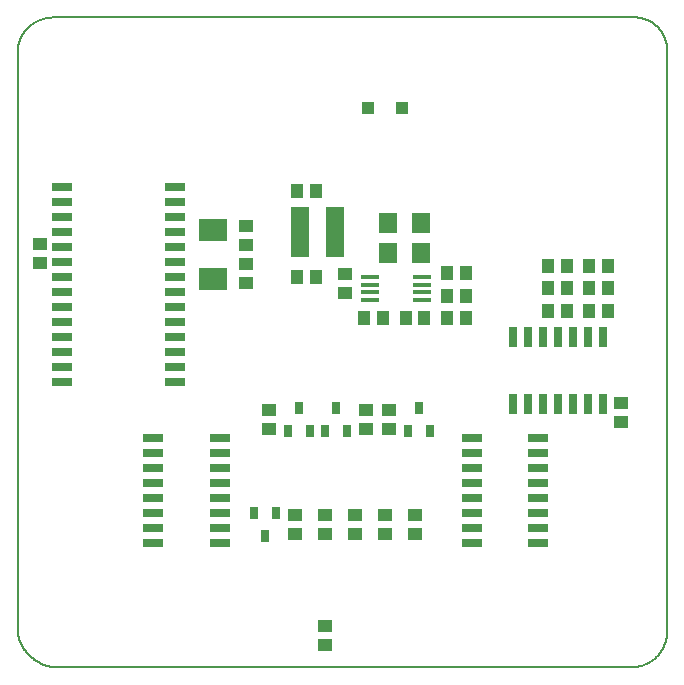
<source format=gtp>
G75*
%MOIN*%
%OFA0B0*%
%FSLAX25Y25*%
%IPPOS*%
%LPD*%
%AMOC8*
5,1,8,0,0,1.08239X$1,22.5*
%
%ADD10C,0.00800*%
%ADD11R,0.05118X0.04331*%
%ADD12R,0.06890X0.02756*%
%ADD13R,0.02756X0.06890*%
%ADD14R,0.04331X0.05118*%
%ADD15R,0.03150X0.03937*%
%ADD16R,0.06693X0.02559*%
%ADD17R,0.09449X0.07480*%
%ADD18R,0.06496X0.01772*%
%ADD19R,0.06299X0.16535*%
%ADD20R,0.06299X0.07087*%
%ADD21R,0.04331X0.04331*%
D10*
X0022335Y0015019D02*
X0022335Y0207933D01*
X0022338Y0208218D01*
X0022349Y0208504D01*
X0022366Y0208789D01*
X0022390Y0209073D01*
X0022421Y0209357D01*
X0022459Y0209640D01*
X0022504Y0209921D01*
X0022555Y0210202D01*
X0022613Y0210482D01*
X0022678Y0210760D01*
X0022750Y0211036D01*
X0022828Y0211310D01*
X0022913Y0211583D01*
X0023005Y0211853D01*
X0023103Y0212121D01*
X0023207Y0212387D01*
X0023318Y0212650D01*
X0023435Y0212910D01*
X0023558Y0213168D01*
X0023688Y0213422D01*
X0023824Y0213673D01*
X0023965Y0213921D01*
X0024113Y0214165D01*
X0024266Y0214406D01*
X0024426Y0214642D01*
X0024591Y0214875D01*
X0024761Y0215104D01*
X0024937Y0215329D01*
X0025119Y0215549D01*
X0025305Y0215765D01*
X0025497Y0215976D01*
X0025694Y0216183D01*
X0025896Y0216385D01*
X0026103Y0216582D01*
X0026314Y0216774D01*
X0026530Y0216960D01*
X0026750Y0217142D01*
X0026975Y0217318D01*
X0027204Y0217488D01*
X0027437Y0217653D01*
X0027673Y0217813D01*
X0027914Y0217966D01*
X0028158Y0218114D01*
X0028406Y0218255D01*
X0028657Y0218391D01*
X0028911Y0218521D01*
X0029169Y0218644D01*
X0029429Y0218761D01*
X0029692Y0218872D01*
X0029958Y0218976D01*
X0030226Y0219074D01*
X0030496Y0219166D01*
X0030769Y0219251D01*
X0031043Y0219329D01*
X0031319Y0219401D01*
X0031597Y0219466D01*
X0031877Y0219524D01*
X0032158Y0219575D01*
X0032439Y0219620D01*
X0032722Y0219658D01*
X0033006Y0219689D01*
X0033290Y0219713D01*
X0033575Y0219730D01*
X0033861Y0219741D01*
X0034146Y0219744D01*
X0227060Y0219744D01*
X0227059Y0219744D02*
X0227323Y0219763D01*
X0227586Y0219776D01*
X0227850Y0219783D01*
X0228113Y0219783D01*
X0228377Y0219777D01*
X0228640Y0219765D01*
X0228904Y0219746D01*
X0229166Y0219721D01*
X0229428Y0219690D01*
X0229689Y0219652D01*
X0229949Y0219608D01*
X0230208Y0219558D01*
X0230466Y0219501D01*
X0230722Y0219438D01*
X0230976Y0219369D01*
X0231229Y0219294D01*
X0231480Y0219213D01*
X0231729Y0219126D01*
X0231976Y0219033D01*
X0232220Y0218934D01*
X0232462Y0218829D01*
X0232701Y0218718D01*
X0232938Y0218601D01*
X0233172Y0218479D01*
X0233402Y0218351D01*
X0233630Y0218218D01*
X0233854Y0218079D01*
X0234075Y0217935D01*
X0234292Y0217785D01*
X0234506Y0217631D01*
X0234716Y0217471D01*
X0234921Y0217306D01*
X0235123Y0217136D01*
X0235321Y0216962D01*
X0235514Y0216782D01*
X0235703Y0216598D01*
X0235888Y0216410D01*
X0236068Y0216217D01*
X0236243Y0216020D01*
X0236413Y0215818D01*
X0236579Y0215613D01*
X0236739Y0215404D01*
X0236894Y0215191D01*
X0237045Y0214974D01*
X0237189Y0214753D01*
X0237329Y0214530D01*
X0237463Y0214302D01*
X0237591Y0214072D01*
X0237714Y0213839D01*
X0237832Y0213602D01*
X0237943Y0213363D01*
X0238049Y0213122D01*
X0238149Y0212878D01*
X0238242Y0212631D01*
X0238330Y0212383D01*
X0238412Y0212132D01*
X0238488Y0211879D01*
X0238558Y0211625D01*
X0238621Y0211369D01*
X0238678Y0211111D01*
X0238729Y0210853D01*
X0238774Y0210593D01*
X0238813Y0210332D01*
X0238845Y0210070D01*
X0238871Y0209808D01*
X0238871Y0015019D01*
X0238868Y0014734D01*
X0238857Y0014448D01*
X0238840Y0014163D01*
X0238816Y0013879D01*
X0238785Y0013595D01*
X0238747Y0013312D01*
X0238702Y0013031D01*
X0238651Y0012750D01*
X0238593Y0012470D01*
X0238528Y0012192D01*
X0238456Y0011916D01*
X0238378Y0011642D01*
X0238293Y0011369D01*
X0238201Y0011099D01*
X0238103Y0010831D01*
X0237999Y0010565D01*
X0237888Y0010302D01*
X0237771Y0010042D01*
X0237648Y0009784D01*
X0237518Y0009530D01*
X0237382Y0009279D01*
X0237241Y0009031D01*
X0237093Y0008787D01*
X0236940Y0008546D01*
X0236780Y0008310D01*
X0236615Y0008077D01*
X0236445Y0007848D01*
X0236269Y0007623D01*
X0236087Y0007403D01*
X0235901Y0007187D01*
X0235709Y0006976D01*
X0235512Y0006769D01*
X0235310Y0006567D01*
X0235103Y0006370D01*
X0234892Y0006178D01*
X0234676Y0005992D01*
X0234456Y0005810D01*
X0234231Y0005634D01*
X0234002Y0005464D01*
X0233769Y0005299D01*
X0233533Y0005139D01*
X0233292Y0004986D01*
X0233048Y0004838D01*
X0232800Y0004697D01*
X0232549Y0004561D01*
X0232295Y0004431D01*
X0232037Y0004308D01*
X0231777Y0004191D01*
X0231514Y0004080D01*
X0231248Y0003976D01*
X0230980Y0003878D01*
X0230710Y0003786D01*
X0230437Y0003701D01*
X0230163Y0003623D01*
X0229887Y0003551D01*
X0229609Y0003486D01*
X0229329Y0003428D01*
X0229048Y0003377D01*
X0228767Y0003332D01*
X0228484Y0003294D01*
X0228200Y0003263D01*
X0227916Y0003239D01*
X0227631Y0003222D01*
X0227345Y0003211D01*
X0227060Y0003208D01*
X0037896Y0003208D01*
X0037560Y0003166D01*
X0037222Y0003132D01*
X0036884Y0003107D01*
X0036546Y0003090D01*
X0036207Y0003081D01*
X0035868Y0003081D01*
X0035529Y0003089D01*
X0035190Y0003105D01*
X0034852Y0003130D01*
X0034514Y0003162D01*
X0034178Y0003204D01*
X0033842Y0003253D01*
X0033508Y0003310D01*
X0033176Y0003376D01*
X0032845Y0003450D01*
X0032516Y0003532D01*
X0032189Y0003622D01*
X0031864Y0003720D01*
X0031542Y0003826D01*
X0031223Y0003940D01*
X0030907Y0004062D01*
X0030593Y0004191D01*
X0030283Y0004328D01*
X0029976Y0004473D01*
X0029673Y0004625D01*
X0029374Y0004784D01*
X0029079Y0004951D01*
X0028788Y0005125D01*
X0028501Y0005306D01*
X0028219Y0005494D01*
X0027942Y0005689D01*
X0027669Y0005891D01*
X0027402Y0006099D01*
X0027139Y0006314D01*
X0026882Y0006535D01*
X0026631Y0006762D01*
X0026385Y0006996D01*
X0026145Y0007235D01*
X0025911Y0007480D01*
X0025683Y0007731D01*
X0025461Y0007988D01*
X0025246Y0008250D01*
X0025037Y0008517D01*
X0024835Y0008789D01*
X0024639Y0009066D01*
X0024451Y0009347D01*
X0024269Y0009634D01*
X0024094Y0009924D01*
X0023927Y0010219D01*
X0023767Y0010518D01*
X0023614Y0010821D01*
X0023468Y0011127D01*
X0023331Y0011437D01*
X0023201Y0011750D01*
X0023078Y0012066D01*
X0022964Y0012385D01*
X0022857Y0012707D01*
X0022758Y0013031D01*
X0022667Y0013358D01*
X0022585Y0013687D01*
X0022510Y0014017D01*
X0022443Y0014350D01*
X0022385Y0014684D01*
X0022335Y0015019D01*
D11*
X0106085Y0082559D03*
X0106085Y0088858D03*
X0138585Y0088858D03*
X0138585Y0082559D03*
X0146085Y0082559D03*
X0146085Y0088858D03*
X0144835Y0053858D03*
X0144835Y0047559D03*
X0134835Y0047559D03*
X0134835Y0053858D03*
X0124835Y0053858D03*
X0124835Y0047559D03*
X0114835Y0047559D03*
X0114835Y0053858D03*
X0124835Y0016983D03*
X0124835Y0010684D03*
X0154835Y0047559D03*
X0154835Y0053858D03*
X0223585Y0085059D03*
X0223585Y0091358D03*
X0131509Y0127952D03*
X0131509Y0134252D03*
X0098585Y0131309D03*
X0098585Y0137608D03*
X0098585Y0143809D03*
X0098585Y0150108D03*
X0029835Y0144360D03*
X0029835Y0138061D03*
D12*
X0067463Y0079458D03*
X0067463Y0074458D03*
X0067463Y0069458D03*
X0067463Y0064458D03*
X0067463Y0059458D03*
X0067463Y0054458D03*
X0067463Y0049458D03*
X0067463Y0044458D03*
X0089707Y0044458D03*
X0089707Y0049458D03*
X0089707Y0054458D03*
X0089707Y0059458D03*
X0089707Y0064458D03*
X0089707Y0069458D03*
X0089707Y0074458D03*
X0089707Y0079458D03*
X0173713Y0079458D03*
X0173713Y0074458D03*
X0173713Y0069458D03*
X0173713Y0064458D03*
X0173713Y0059458D03*
X0173713Y0054458D03*
X0173713Y0049458D03*
X0173713Y0044458D03*
X0195957Y0044458D03*
X0195957Y0049458D03*
X0195957Y0054458D03*
X0195957Y0059458D03*
X0195957Y0064458D03*
X0195957Y0069458D03*
X0195957Y0074458D03*
X0195957Y0079458D03*
D13*
X0197335Y0090836D03*
X0192335Y0090836D03*
X0187335Y0090836D03*
X0202335Y0090836D03*
X0207335Y0090836D03*
X0212335Y0090836D03*
X0217335Y0090836D03*
X0217335Y0113080D03*
X0212335Y0113080D03*
X0207335Y0113080D03*
X0202335Y0113080D03*
X0197335Y0113080D03*
X0192335Y0113080D03*
X0187335Y0113080D03*
D14*
X0199186Y0121958D03*
X0205485Y0121958D03*
X0212936Y0121958D03*
X0219235Y0121958D03*
X0219235Y0129458D03*
X0212936Y0129458D03*
X0205485Y0129458D03*
X0199186Y0129458D03*
X0199186Y0136958D03*
X0205485Y0136958D03*
X0212936Y0136958D03*
X0219235Y0136958D03*
X0171735Y0134458D03*
X0165436Y0134458D03*
X0165436Y0126958D03*
X0171735Y0126958D03*
X0171735Y0119458D03*
X0165436Y0119458D03*
X0157985Y0119458D03*
X0151686Y0119458D03*
X0144235Y0119458D03*
X0137936Y0119458D03*
X0121735Y0133208D03*
X0115436Y0133208D03*
X0115436Y0161958D03*
X0121735Y0161958D03*
D15*
X0116085Y0089645D03*
X0112345Y0081771D03*
X0119826Y0081771D03*
X0124845Y0081771D03*
X0132326Y0081771D03*
X0128585Y0089645D03*
X0152345Y0081771D03*
X0159826Y0081771D03*
X0156085Y0089645D03*
X0108576Y0054645D03*
X0101095Y0054645D03*
X0104835Y0046771D03*
D16*
X0074904Y0098208D03*
X0074904Y0103208D03*
X0074904Y0108208D03*
X0074904Y0113208D03*
X0074904Y0118208D03*
X0074904Y0123208D03*
X0074904Y0128208D03*
X0074904Y0133208D03*
X0074904Y0138208D03*
X0074904Y0143208D03*
X0074904Y0148208D03*
X0074904Y0153208D03*
X0074904Y0158208D03*
X0074904Y0163208D03*
X0037267Y0163208D03*
X0037267Y0158208D03*
X0037267Y0153208D03*
X0037267Y0148208D03*
X0037267Y0143208D03*
X0037267Y0138208D03*
X0037267Y0133208D03*
X0037267Y0128208D03*
X0037267Y0123208D03*
X0037267Y0118208D03*
X0037267Y0113208D03*
X0037267Y0108208D03*
X0037267Y0103208D03*
X0037267Y0098208D03*
D17*
X0087335Y0132637D03*
X0087335Y0148779D03*
D18*
X0139924Y0133208D03*
X0139924Y0130708D03*
X0139924Y0128208D03*
X0139924Y0125708D03*
X0157247Y0125708D03*
X0157247Y0128208D03*
X0157247Y0130708D03*
X0157247Y0133208D03*
D19*
X0128241Y0148208D03*
X0116430Y0148208D03*
D20*
X0145879Y0151082D03*
X0145879Y0141397D03*
X0156902Y0141397D03*
X0156902Y0151082D03*
D21*
X0150544Y0189458D03*
X0139127Y0189458D03*
M02*

</source>
